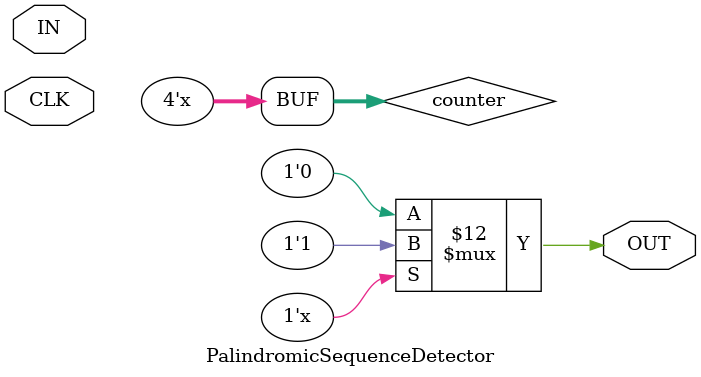
<source format=v>
module PalindromicSequenceDetector (
    input wire CLK,
    input wire IN,
    output reg OUT
);
    reg [3:0] counter;
    initial begin
        counter = 0;
        OUT = 0;
    end
    always @(CLK) begin
        counter <= counter + 1;
        if (counter == 0 || counter == 26 || counter == 27 || counter == 30) 
            OUT <= 1;
        else
            OUT <= 0;
    end

endmodule

</source>
